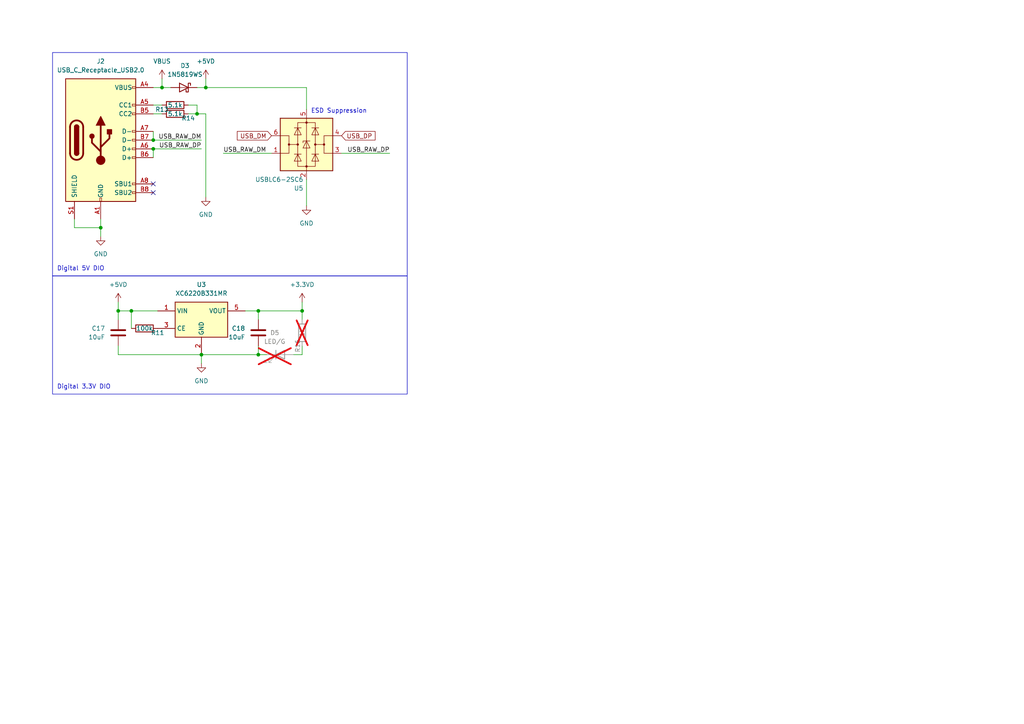
<source format=kicad_sch>
(kicad_sch (version 20231120) (generator "eeschema") (generator_version "8.0")
  (paper "A4")
  (lib_symbols
    (symbol "Connector:USB_C_Receptacle_USB2.0" (pin_names (offset 1.016))
      (property "Reference" "J" (at -10.16 19.05 0))
      (property "Value" "USB_C_Receptacle_USB2.0" (at 19.05 19.05 0))
      (symbol "USB_C_Receptacle_USB2.0_0_0"
        (rectangle (start -0.254 -17.78) (end 0.254 -16.764))
        (rectangle (start 10.16 -14.986) (end 9.144 -15.494))
        (rectangle (start 10.16 -12.446) (end 9.144 -12.954))
        (rectangle (start 10.16 -4.826) (end 9.144 -5.334))
        (rectangle (start 10.16 -2.286) (end 9.144 -2.794))
        (rectangle (start 10.16 0.254) (end 9.144 -0.254))
        (rectangle (start 10.16 2.794) (end 9.144 2.286))
        (rectangle (start 10.16 7.874) (end 9.144 7.366))
        (rectangle (start 10.16 10.414) (end 9.144 9.906))
        (rectangle (start 10.16 15.494) (end 9.144 14.986))
      )
      (symbol "USB_C_Receptacle_USB2.0_0_1"
        (rectangle (start -10.16 17.78) (end 10.16 -17.78) (stroke (width 0.254)) (fill (type background)))
        (arc (start -8.89 -3.81) (mid -6.985 -5.7067) (end -5.08 -3.81) (stroke (width 0.508)))
        (arc (start -7.62 -3.81) (mid -6.985 -4.4423) (end -6.35 -3.81) (stroke (width 0.254)))
        (arc (start -7.62 -3.81) (mid -6.985 -4.4423) (end -6.35 -3.81) (stroke (width 0.254)) (fill (type outline)))
        (rectangle (start -7.62 -3.81) (end -6.35 3.81) (stroke (width 0.254)) (fill (type outline)))
        (arc (start -6.35 3.81) (mid -6.985 4.4423) (end -7.62 3.81) (stroke (width 0.254)))
        (arc (start -6.35 3.81) (mid -6.985 4.4423) (end -7.62 3.81) (stroke (width 0.254)) (fill (type outline)))
        (arc (start -5.08 3.81) (mid -6.985 5.7067) (end -8.89 3.81) (stroke (width 0.508)))
        (circle (center -2.54 1.143) (radius 0.635) (stroke (width 0.254)) (fill (type outline)))
        (circle (center 0 -5.842) (radius 1.27) (fill (type outline)))
        (polyline (pts (xy -8.89 -3.81) (xy -8.89 3.81)) (stroke (width 0.508)))
        (polyline (pts (xy -5.08 3.81) (xy -5.08 -3.81)) (stroke (width 0.508)))
        (polyline (pts (xy 0 -5.842) (xy 0 4.318)) (stroke (width 0.508)))
        (polyline (pts (xy 0 -3.302) (xy -2.54 -0.762) (xy -2.54 0.508)) (stroke (width 0.508)))
        (polyline (pts (xy 0 -2.032) (xy 2.54 0.508) (xy 2.54 1.778)) (stroke (width 0.508)))
        (polyline (pts (xy -1.27 4.318) (xy 0 6.858) (xy 1.27 4.318) (xy -1.27 4.318)) (stroke (width 0.254)) (fill (type outline)))
        (rectangle (start 1.905 1.778) (end 3.175 3.048) (stroke (width 0.254)) (fill (type outline)))
      )
      (symbol "USB_C_Receptacle_USB2.0_1_1"
        (pin passive line (at 0 -22.86 90) (length 5.08) (name "GND") (number "A1"))
        (pin passive line (at 0 -22.86 90) (length 5.08) hide (name "GND") (number "A12"))
        (pin passive line (at 15.24 15.24 180) (length 5.08) (name "VBUS") (number "A4"))
        (pin bidirectional line (at 15.24 10.16 180) (length 5.08) (name "CC1") (number "A5"))
        (pin bidirectional line (at 15.24 -2.54 180) (length 5.08) (name "D+") (number "A6"))
        (pin bidirectional line (at 15.24 2.54 180) (length 5.08) (name "D-") (number "A7"))
        (pin bidirectional line (at 15.24 -12.7 180) (length 5.08) (name "SBU1") (number "A8"))
        (pin passive line (at 15.24 15.24 180) (length 5.08) hide (name "VBUS") (number "A9"))
        (pin passive line (at 0 -22.86 90) (length 5.08) hide (name "GND") (number "B1"))
        (pin passive line (at 0 -22.86 90) (length 5.08) hide (name "GND") (number "B12"))
        (pin passive line (at 15.24 15.24 180) (length 5.08) hide (name "VBUS") (number "B4"))
        (pin bidirectional line (at 15.24 7.62 180) (length 5.08) (name "CC2") (number "B5"))
        (pin bidirectional line (at 15.24 -5.08 180) (length 5.08) (name "D+") (number "B6"))
        (pin bidirectional line (at 15.24 0 180) (length 5.08) (name "D-") (number "B7"))
        (pin bidirectional line (at 15.24 -15.24 180) (length 5.08) (name "SBU2") (number "B8"))
        (pin passive line (at 15.24 15.24 180) (length 5.08) hide (name "VBUS") (number "B9"))
        (pin passive line (at -7.62 -22.86 90) (length 5.08) (name "SHIELD") (number "S1"))
      )
    )
    (symbol "Device:C" (pin_numbers hide) (pin_names (offset 0.254))
      (property "Reference" "C" (at 0.635 2.54 0))
      (property "Value" "C" (at 0.635 -2.54 0))
      (symbol "C_0_1"
        (polyline (pts (xy -2.032 -0.762) (xy 2.032 -0.762)) (stroke (width 0.508)))
        (polyline (pts (xy -2.032 0.762) (xy 2.032 0.762)) (stroke (width 0.508)))
      )
      (symbol "C_1_1"
        (pin passive line (at 0 3.81 270) (length 2.794) (name "~") (number "1"))
        (pin passive line (at 0 -3.81 90) (length 2.794) (name "~") (number "2"))
      )
    )
    (symbol "Device:LED" (pin_numbers hide) (pin_names (offset 1.016) hide)
      (property "Reference" "D" (at 0 2.54 0))
      (property "Value" "LED" (at 0 -2.54 0))
      (symbol "LED_0_1"
        (polyline (pts (xy -1.27 -1.27) (xy -1.27 1.27)) (stroke (width 0.254)))
        (polyline (pts (xy -1.27 0) (xy 1.27 0)))
        (polyline (pts (xy 1.27 -1.27) (xy 1.27 1.27) (xy -1.27 0) (xy 1.27 -1.27)) (stroke (width 0.254)))
        (polyline (pts (xy -3.048 -0.762) (xy -4.572 -2.286) (xy -3.81 -2.286) (xy -4.572 -2.286) (xy -4.572 -1.524)))
        (polyline (pts (xy -1.778 -0.762) (xy -3.302 -2.286) (xy -2.54 -2.286) (xy -3.302 -2.286) (xy -3.302 -1.524)))
      )
      (symbol "LED_1_1"
        (pin passive line (at -3.81 0 0) (length 2.54) (name "K") (number "1"))
        (pin passive line (at 3.81 0 180) (length 2.54) (name "A") (number "2"))
      )
    )
    (symbol "Device:R" (pin_numbers hide) (pin_names (offset 0))
      (property "Reference" "R" (at 2.032 0 90))
      (property "Value" "R" (at 0 0 90))
      (symbol "R_0_1"
        (rectangle (start -1.016 -2.54) (end 1.016 2.54) (stroke (width 0.254)))
      )
      (symbol "R_1_1"
        (pin passive line (at 0 3.81 270) (length 1.27) (name "~") (number "1"))
        (pin passive line (at 0 -3.81 90) (length 1.27) (name "~") (number "2"))
      )
    )
    (symbol "Diode:1N5819WS" (pin_numbers hide) (pin_names (offset 1.016) hide)
      (property "Reference" "D" (at 0 2.54 0))
      (property "Value" "1N5819WS" (at 0 -2.54 0))
      (symbol "1N5819WS_0_1"
        (polyline (pts (xy 1.27 0) (xy -1.27 0)))
        (polyline (pts (xy 1.27 1.27) (xy 1.27 -1.27) (xy -1.27 0) (xy 1.27 1.27)) (stroke (width 0.254)))
        (polyline (pts (xy -1.905 0.635) (xy -1.905 1.27) (xy -1.27 1.27) (xy -1.27 -1.27) (xy -0.635 -1.27) (xy -0.635 -0.635)) (stroke (width 0.254)))
      )
      (symbol "1N5819WS_1_1"
        (pin passive line (at -3.81 0 0) (length 2.54) (name "K") (number "1"))
        (pin passive line (at 3.81 0 180) (length 2.54) (name "A") (number "2"))
      )
    )
    (symbol "OLIMEX_Power:+3.3VD" (power) (pin_names (offset 0))
      (property "Value" "+3.3VD" (at 0 3.556 0))
      (symbol "+3.3VD_0_1"
        (polyline (pts (xy -0.762 1.27) (xy 0 2.54)))
        (polyline (pts (xy 0 0) (xy 0 2.54)))
        (polyline (pts (xy 0 2.54) (xy 0.762 1.27)))
      )
      (symbol "+3.3VD_1_1"
        (pin power_in line (at 0 0 90) (length 0) hide (name "+3.3VD") (number "1"))
      )
    )
    (symbol "OLIMEX_Power:+5VD" (power) (pin_names (offset 0))
      (property "Value" "+5VD" (at 0 3.556 0))
      (symbol "+5VD_0_1"
        (polyline (pts (xy -0.762 1.27) (xy 0 2.54)))
        (polyline (pts (xy 0 0) (xy 0 2.54)))
        (polyline (pts (xy 0 2.54) (xy 0.762 1.27)))
      )
      (symbol "+5VD_1_1"
        (pin power_in line (at 0 0 90) (length 0) hide (name "+5VD") (number "1"))
      )
    )
    (symbol "Power_Protection:USBLC6-2SC6" (pin_names hide)
      (property "Reference" "U" (at 2.54 8.89 0))
      (property "Value" "USBLC6-2SC6" (at 2.54 -8.89 0))
      (symbol "USBLC6-2SC6_0_1"
        (rectangle (start -7.62 -7.62) (end 7.62 7.62) (stroke (width 0.254)) (fill (type background)))
        (circle (center -5.08 0) (radius 0.254) (fill (type outline)))
        (circle (center -2.54 0) (radius 0.254) (fill (type outline)))
        (rectangle (start -2.54 6.35) (end 2.54 -6.35))
        (circle (center 0 -6.35) (radius 0.254) (fill (type outline)))
        (polyline (pts (xy -5.08 -2.54) (xy -7.62 -2.54)))
        (polyline (pts (xy -5.08 0) (xy -5.08 -2.54)))
        (polyline (pts (xy -5.08 2.54) (xy -7.62 2.54)))
        (polyline (pts (xy -1.524 -2.794) (xy -3.556 -2.794)))
        (polyline (pts (xy -1.524 4.826) (xy -3.556 4.826)))
        (polyline (pts (xy 0 -7.62) (xy 0 -6.35)))
        (polyline (pts (xy 0 -6.35) (xy 0 1.27)))
        (polyline (pts (xy 0 1.27) (xy 0 6.35)))
        (polyline (pts (xy 0 6.35) (xy 0 7.62)))
        (polyline (pts (xy 1.524 -2.794) (xy 3.556 -2.794)))
        (polyline (pts (xy 1.524 4.826) (xy 3.556 4.826)))
        (polyline (pts (xy 5.08 -2.54) (xy 7.62 -2.54)))
        (polyline (pts (xy 5.08 0) (xy 5.08 -2.54)))
        (polyline (pts (xy 5.08 2.54) (xy 7.62 2.54)))
        (polyline (pts (xy -2.54 0) (xy -5.08 0) (xy -5.08 2.54)))
        (polyline (pts (xy 2.54 0) (xy 5.08 0) (xy 5.08 2.54)))
        (polyline (pts (xy -3.556 -4.826) (xy -1.524 -4.826) (xy -2.54 -2.794) (xy -3.556 -4.826)))
        (polyline (pts (xy -3.556 2.794) (xy -1.524 2.794) (xy -2.54 4.826) (xy -3.556 2.794)))
        (polyline (pts (xy -1.016 -1.016) (xy 1.016 -1.016) (xy 0 1.016) (xy -1.016 -1.016)))
        (polyline (pts (xy 1.016 1.016) (xy 0.762 1.016) (xy -1.016 1.016) (xy -1.016 0.508)))
        (polyline (pts (xy 3.556 -4.826) (xy 1.524 -4.826) (xy 2.54 -2.794) (xy 3.556 -4.826)))
        (polyline (pts (xy 3.556 2.794) (xy 1.524 2.794) (xy 2.54 4.826) (xy 3.556 2.794)))
        (circle (center 0 6.35) (radius 0.254) (fill (type outline)))
        (circle (center 2.54 0) (radius 0.254) (fill (type outline)))
        (circle (center 5.08 0) (radius 0.254) (fill (type outline)))
      )
      (symbol "USBLC6-2SC6_1_1"
        (pin passive line (at -10.16 -2.54 0) (length 2.54) (name "I/O1") (number "1"))
        (pin passive line (at 0 -10.16 90) (length 2.54) (name "GND") (number "2"))
        (pin passive line (at 10.16 -2.54 180) (length 2.54) (name "I/O2") (number "3"))
        (pin passive line (at 10.16 2.54 180) (length 2.54) (name "I/O2") (number "4"))
        (pin passive line (at 0 10.16 270) (length 2.54) (name "VBUS") (number "5"))
        (pin passive line (at -10.16 2.54 0) (length 2.54) (name "I/O1") (number "6"))
      )
    )
    (symbol "Regulator_Linear:XC6220B331MR"
      (property "Reference" "U" (at 0 8.89 0))
      (property "Value" "XC6220B331MR" (at 0 6.35 0))
      (symbol "XC6220B331MR_0_1"
        (rectangle (start -7.62 5.08) (end 7.62 -5.08) (stroke (width 0.254)) (fill (type background)))
      )
      (symbol "XC6220B331MR_1_1"
        (pin power_in line (at -12.7 2.54 0) (length 5.08) (name "VIN") (number "1"))
        (pin power_in line (at 0 -10.16 90) (length 5.08) (name "GND") (number "2"))
        (pin input line (at -12.7 -2.54 0) (length 5.08) (name "CE") (number "3"))
        (pin no_connect line (at 7.62 -2.54 180) (length 5.08) hide (name "NC") (number "4"))
        (pin power_out line (at 12.7 2.54 180) (length 5.08) (name "VOUT") (number "5"))
      )
    )
    (symbol "power:GND" (power) (pin_names (offset 0))
      (property "Value" "GND" (at 0 -3.81 0))
      (symbol "GND_0_1"
        (polyline (pts (xy 0 0) (xy 0 -1.27) (xy 1.27 -1.27) (xy 0 -2.54) (xy -1.27 -1.27) (xy 0 -1.27)))
      )
      (symbol "GND_1_1"
        (pin power_in line (at 0 0 270) (length 0) hide (name "GND") (number "1"))
      )
    )
    (symbol "power:VBUS" (power) (pin_names (offset 0))
      (property "Value" "VBUS" (at 0 3.81 0))
      (symbol "VBUS_0_1"
        (polyline (pts (xy -0.762 1.27) (xy 0 2.54)))
        (polyline (pts (xy 0 0) (xy 0 2.54)))
        (polyline (pts (xy 0 2.54) (xy 0.762 1.27)))
      )
      (symbol "VBUS_1_1"
        (pin power_in line (at 0 0 90) (length 0) hide (name "VBUS") (number "1"))
      )
    )
  )
  (junction (at 87.63 90.17))
  (junction (at 74.93 90.17))
  (junction (at 29.21 66.04))
  (junction (at 44.45 40.64))
  (junction (at 38.1 90.17))
  (junction (at 59.69 25.4))
  (junction (at 58.42 102.87))
  (junction (at 44.45 43.18))
  (junction (at 34.29 90.17))
  (junction (at 46.99 25.4))
  (junction (at 74.93 102.87))
  (junction (at 57.15 33.02))
  (no_connect (at 44.45 53.34))
  (no_connect (at 44.45 55.88))
  (wire (pts (xy 57.15 25.4) (xy 59.69 25.4)))
  (wire (pts (xy 54.61 33.02) (xy 57.15 33.02)))
  (wire (pts (xy 64.77 44.45) (xy 78.74 44.45)))
  (wire (pts (xy 34.29 102.87) (xy 58.42 102.87)))
  (wire (pts (xy 46.99 30.48) (xy 44.45 30.48)))
  (wire (pts (xy 59.69 22.86) (xy 59.69 25.4)))
  (wire (pts (xy 74.93 102.87) (xy 77.47 102.87)))
  (wire (pts (xy 88.9 25.4) (xy 59.69 25.4)))
  (wire (pts (xy 34.29 90.17) (xy 38.1 90.17)))
  (wire (pts (xy 74.93 92.71) (xy 74.93 90.17)))
  (wire (pts (xy 87.63 90.17) (xy 87.63 92.71)))
  (wire (pts (xy 87.63 100.33) (xy 87.63 102.87)))
  (wire (pts (xy 29.21 63.5) (xy 29.21 66.04)))
  (wire (pts (xy 74.93 100.33) (xy 74.93 102.87)))
  (wire (pts (xy 21.59 66.04) (xy 29.21 66.04)))
  (wire (pts (xy 74.93 90.17) (xy 71.12 90.17)))
  (wire (pts (xy 58.42 102.87) (xy 74.93 102.87)))
  (wire (pts (xy 44.45 25.4) (xy 46.99 25.4)))
  (wire (pts (xy 38.1 90.17) (xy 45.72 90.17)))
  (wire (pts (xy 44.45 40.64) (xy 44.45 38.1)))
  (wire (pts (xy 54.61 30.48) (xy 57.15 30.48)))
  (wire (pts (xy 49.53 25.4) (xy 46.99 25.4)))
  (wire (pts (xy 88.9 52.07) (xy 88.9 59.69)))
  (wire (pts (xy 58.42 43.18) (xy 44.45 43.18)))
  (wire (pts (xy 46.99 25.4) (xy 46.99 22.86)))
  (wire (pts (xy 34.29 87.63) (xy 34.29 90.17)))
  (wire (pts (xy 58.42 40.64) (xy 44.45 40.64)))
  (wire (pts (xy 87.63 102.87) (xy 85.09 102.87)))
  (wire (pts (xy 34.29 100.33) (xy 34.29 102.87)))
  (wire (pts (xy 74.93 90.17) (xy 87.63 90.17)))
  (wire (pts (xy 59.69 33.02) (xy 59.69 57.15)))
  (wire (pts (xy 87.63 87.63) (xy 87.63 90.17)))
  (wire (pts (xy 21.59 66.04) (xy 21.59 63.5)))
  (wire (pts (xy 44.45 43.18) (xy 44.45 45.72)))
  (wire (pts (xy 46.99 33.02) (xy 44.45 33.02)))
  (wire (pts (xy 58.42 105.41) (xy 58.42 102.87)))
  (wire (pts (xy 38.1 90.17) (xy 38.1 95.25)))
  (wire (pts (xy 113.03 44.45) (xy 99.06 44.45)))
  (wire (pts (xy 57.15 33.02) (xy 57.15 30.48)))
  (wire (pts (xy 88.9 31.75) (xy 88.9 25.4)))
  (wire (pts (xy 29.21 68.58) (xy 29.21 66.04)))
  (wire (pts (xy 34.29 90.17) (xy 34.29 92.71)))
  (wire (pts (xy 59.69 33.02) (xy 57.15 33.02)))
  (rectangle (start 15.24 80.01) (end 118.11 114.3))
  (rectangle (start 15.24 15.24) (end 118.11 80.01))
  (text "Digital 3.3V DIO" (at 16.51 113.03 0) (effects (font (size 1.27 1.27)) (justify left bottom)))
  (text "ESD Suppression" (at 90.17 33.02 0) (effects (font (size 1.27 1.27)) (justify left bottom)))
  (text "Digital 5V DIO" (at 16.51 78.74 0) (effects (font (size 1.27 1.27)) (justify left bottom)))
  (label "USB_RAW_DM" (at 64.77 44.45 0))
  (label "USB_RAW_DM" (at 58.42 40.64 180))
  (label "USB_RAW_DP" (at 113.03 44.45 180))
  (label "USB_RAW_DP" (at 58.42 43.18 180))
  (global_label "USB_DP" (shape input) (at 99.06 39.37 0) (property "Intersheetrefs" "${INTERSHEET_REFS}" (effects (hide yes))))
  (global_label "USB_DM" (shape input) (at 78.74 39.37 180) (property "Intersheetrefs" "${INTERSHEET_REFS}" (effects (hide yes))))
  (symbol (lib_id "Device:C") (at 74.93 96.52 0) (mirror y) (unit 1)
    (property "Reference" "C18" (at 71.12 95.25 0) (effects (justify left)))
    (property "Value" "10uF" (at 71.12 97.79 0) (effects (justify left)))
    (property "Footprint" "Capacitor_SMD:C_0603_1608Metric" (effects (hide yes)))
  )
  (symbol (lib_id "OLIMEX_Power:+5VD") (at 59.69 22.86 0) (unit 1)
    (property "Reference" "#PWR033" (effects (hide yes)))
    (property "Value" "+5VD" (at 59.69 17.78 0))
  )
  (symbol (lib_id "Device:R") (at 50.8 30.48 90) (mirror x) (unit 1)
    (property "Reference" "R13" (at 46.99 31.75 90))
    (property "Value" "5.1k" (at 50.8 30.48 90))
    (property "Footprint" "Resistor_SMD:R_0603_1608Metric" (effects (hide yes)))
  )
  (symbol (lib_id "Device:R") (at 50.8 33.02 270) (unit 1)
    (property "Reference" "R14" (at 54.61 34.29 90))
    (property "Value" "5.1k" (at 50.8 33.02 90))
    (property "Footprint" "Resistor_SMD:R_0603_1608Metric" (effects (hide yes)))
  )
  (symbol (lib_id "Device:R") (at 87.63 96.52 180) (unit 1) (on_board no) (dnp yes)
    (property "Reference" "R16" (at 86.36 100.33 90))
    (property "Value" "1k" (at 87.63 96.52 90))
    (property "Footprint" "Resistor_SMD:R_0603_1608Metric" (effects (hide yes)))
  )
  (symbol (lib_id "Connector:USB_C_Receptacle_USB2.0") (at 29.21 40.64 0) (unit 1)
    (property "Reference" "J2" (at 29.21 17.78 0))
    (property "Value" "USB_C_Receptacle_USB2.0" (at 29.21 20.32 0))
    (property "Footprint" "Connector_USB:USB_C_Receptacle_Palconn_UTC16-G" (effects (hide yes)))
    (property "Datasheet" "https://www.usb.org/sites/default/files/documents/usb_type-c.zip" (effects (hide yes)))
  )
  (symbol (lib_id "Regulator_Linear:XC6220B331MR") (at 58.42 92.71 0) (unit 1)
    (property "Reference" "U3" (at 58.42 82.55 0))
    (property "Value" "XC6220B331MR" (at 58.42 85.09 0))
    (property "Footprint" "Package_TO_SOT_SMD:SOT-23-5" (effects (hide yes)))
    (property "Datasheet" "https://www.torexsemi.com/file/xc6220/XC6220.pdf" (effects (hide yes)))
  )
  (symbol (lib_id "Device:LED") (at 81.28 102.87 0) (unit 1) (on_board no) (dnp yes)
    (property "Reference" "D5" (at 79.6925 96.52 0))
    (property "Value" "LED/G" (at 79.6925 99.06 0))
    (property "Footprint" "LED_SMD:LED_0805_2012Metric" (effects (hide yes)))
  )
  (symbol (lib_id "power:GND") (at 58.42 105.41 0) (unit 1)
    (property "Reference" "#PWR032" (effects (hide yes)))
    (property "Value" "GND" (at 58.42 110.49 0))
  )
  (symbol (lib_id "Device:C") (at 34.29 96.52 0) (mirror y) (unit 1)
    (property "Reference" "C17" (at 30.48 95.25 0) (effects (justify left)))
    (property "Value" "10uF" (at 30.48 97.79 0) (effects (justify left)))
    (property "Footprint" "Capacitor_SMD:C_0603_1608Metric" (effects (hide yes)))
  )
  (symbol (lib_id "Device:R") (at 41.91 95.25 270) (unit 1)
    (property "Reference" "R11" (at 45.72 96.52 90))
    (property "Value" "100k" (at 41.91 95.25 90))
    (property "Footprint" "Resistor_SMD:R_0603_1608Metric" (effects (hide yes)))
  )
  (symbol (lib_id "OLIMEX_Power:+3.3VD") (at 87.63 87.63 0) (unit 1)
    (property "Reference" "#PWR035" (effects (hide yes)))
    (property "Value" "+3.3VD" (at 87.63 82.55 0))
  )
  (symbol (lib_id "power:GND") (at 29.21 68.58 0) (unit 1)
    (property "Reference" "#PWR027" (effects (hide yes)))
    (property "Value" "GND" (at 29.21 73.66 0))
  )
  (symbol (lib_id "Power_Protection:USBLC6-2SC6") (at 88.9 41.91 0) (unit 1)
    (property "Reference" "U5" (at 88.0111 54.61 0) (effects (justify right)))
    (property "Value" "USBLC6-2SC6" (at 88.0111 52.07 0) (effects (justify right)))
    (property "Footprint" "Package_TO_SOT_SMD:SOT-23-6" (effects (hide yes)))
    (property "Datasheet" "https://www.st.com/resource/en/datasheet/usblc6-2.pdf" (effects (hide yes)))
  )
  (symbol (lib_id "power:VBUS") (at 46.99 22.86 0) (unit 1)
    (property "Reference" "#PWR031" (effects (hide yes)))
    (property "Value" "VBUS" (at 46.99 17.78 0))
  )
  (symbol (lib_id "power:GND") (at 59.69 57.15 0) (unit 1)
    (property "Reference" "#PWR034" (effects (hide yes)))
    (property "Value" "GND" (at 59.69 62.23 0))
  )
  (symbol (lib_id "power:GND") (at 88.9 59.69 0) (unit 1)
    (property "Reference" "#PWR036" (effects (hide yes)))
    (property "Value" "GND" (at 88.9 64.77 0))
  )
  (symbol (lib_id "Diode:1N5819WS") (at 53.34 25.4 0) (mirror y) (unit 1)
    (property "Reference" "D3" (at 53.6575 19.05 0))
    (property "Value" "1N5819WS" (at 53.6575 21.59 0))
    (property "Footprint" "Diode_SMD:D_SOD-323" (effects (hide yes)))
    (property "Datasheet" "https://datasheet.lcsc.com/lcsc/2204281430_Guangdong-Hottech-1N5819WS_C191023.pdf" (effects (hide yes)))
  )
  (symbol (lib_id "OLIMEX_Power:+5VD") (at 34.29 87.63 0) (unit 1)
    (property "Reference" "#PWR028" (effects (hide yes)))
    (property "Value" "+5VD" (at 34.29 82.55 0))
  )
)
</source>
